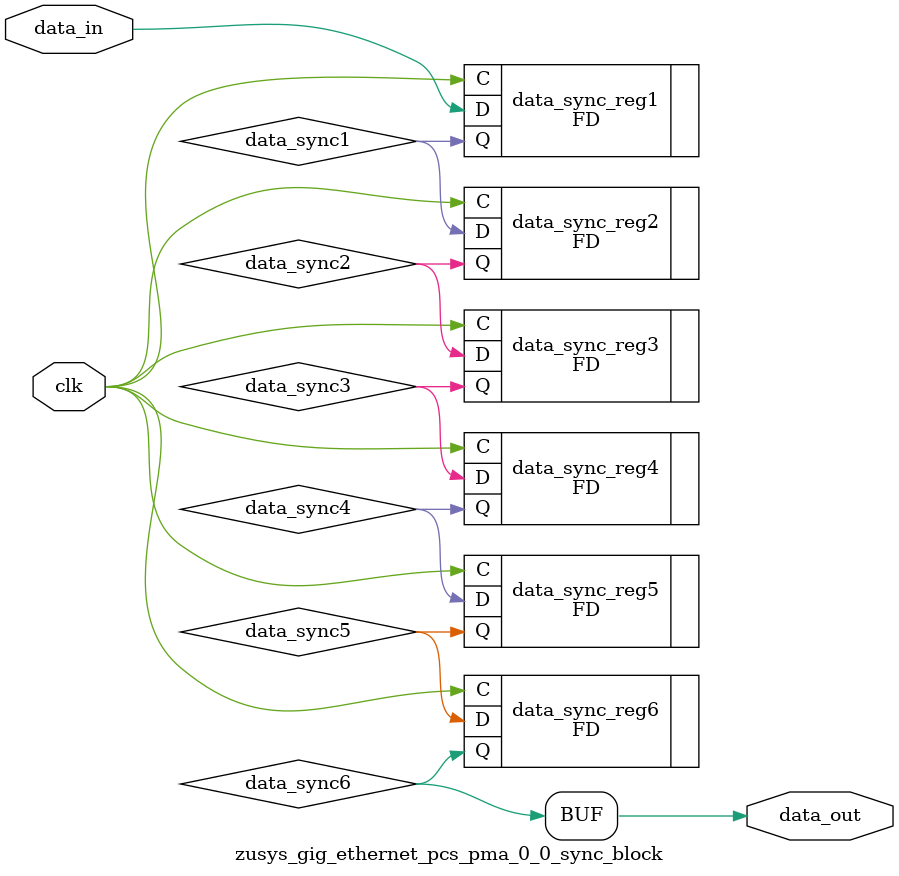
<source format=v>

`timescale 1ps / 1ps

module zusys_gig_ethernet_pcs_pma_0_0_sync_block #(
  parameter INITIALISE = 2'b00
)
(
  input        clk,              // clock to be sync'ed to
  input        data_in,          // Data to be 'synced'
  output       data_out          // synced data
);

  // Internal Signals
  wire data_sync1;
  wire data_sync2;
  wire data_sync3;
  wire data_sync4;
  wire data_sync5;
  wire data_sync6;


  (* shreg_extract = "no", ASYNC_REG = "TRUE" *)
  FD #(
    .INIT (INITIALISE[0])
  ) data_sync_reg1 (
    .C  (clk),
    .D  (data_in),
    .Q  (data_sync1)
  );


  (* shreg_extract = "no", ASYNC_REG = "TRUE" *)
  FD #(
   .INIT (INITIALISE[1])
  ) data_sync_reg2 (
  .C  (clk),
  .D  (data_sync1),
  .Q  (data_sync2)
  );


  (* shreg_extract = "no", ASYNC_REG = "TRUE" *)
  FD #(
   .INIT (INITIALISE[1])
  ) data_sync_reg3 (
  .C  (clk),
  .D  (data_sync2),
  .Q  (data_sync3)
  );

  (* shreg_extract = "no", ASYNC_REG = "TRUE" *)
  FD #(
   .INIT (INITIALISE[1])
  ) data_sync_reg4 (
  .C  (clk),
  .D  (data_sync3),
  .Q  (data_sync4)
  );

  (* shreg_extract = "no", ASYNC_REG = "TRUE" *)
  FD #(
   .INIT (INITIALISE[1])
  ) data_sync_reg5 (
  .C  (clk),
  .D  (data_sync4),
  .Q  (data_sync5)
  );

  (* shreg_extract = "no", ASYNC_REG = "TRUE" *)
  FD #(
   .INIT (INITIALISE[1])
  ) data_sync_reg6 (
  .C  (clk),
  .D  (data_sync5),
  .Q  (data_sync6)
  );
  assign data_out = data_sync6;


endmodule



</source>
